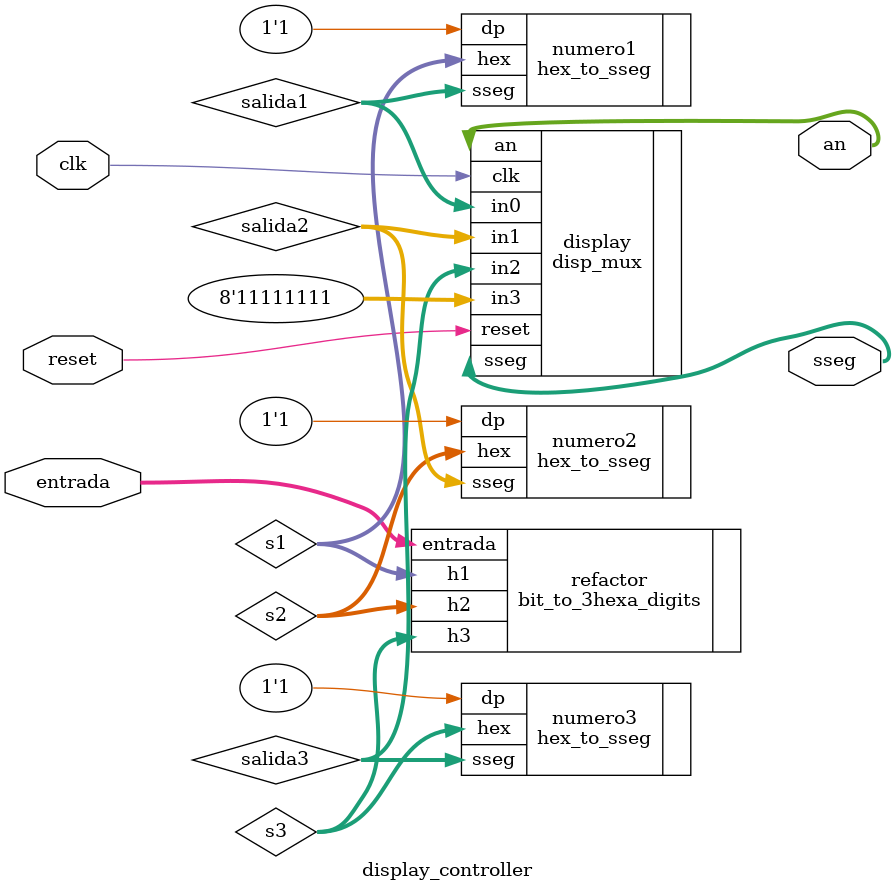
<source format=v>
`timescale 1ns / 1ps
module display_controller(
	input clk,
	input reset,
	input [3:0] entrada,
	output [7:0] sseg,
	output [3:0] an
   );

	wire[3:0] s1, s2, s3;
	bit_to_3hexa_digits	refactor	( .entrada(entrada), .h1(s1), .h2(s2), .h3(s3) );

	wire[7:0] salida1,salida2,salida3;
	hex_to_sseg	numero1	(.hex(s1), .dp(1'b1), .sseg(salida1));
	hex_to_sseg	numero2	(.hex(s2), .dp(1'b1), .sseg(salida2));
	hex_to_sseg	numero3	(.hex(s3), .dp(1'b1), .sseg(salida3));
	
	disp_mux		display	(.in0(salida1), .in1(salida2), .in2(salida3), .in3(8'b11111111), .an(an), .sseg(sseg), .clk(clk), .reset(reset) );
	

endmodule

</source>
